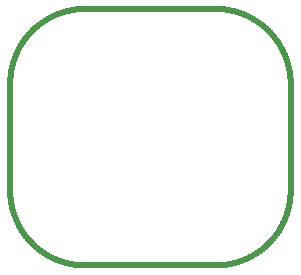
<source format=gbr>
G04 ( created by brdgerber.py ( brdgerber.py v0.1 2014-03-12 ) ) date 2020-09-23 13:36:39 EDT*
G04 Gerber Fmt 3.4, Leading zero omitted, Abs format*
%MOIN*%
%FSLAX34Y34*%
G01*
G70*
G90*
G04 APERTURE LIST*
%ADD19C,0.1500*%
%ADD17C,0.0320*%
%ADD12C,0.0000*%
%ADD15R,0.0629X0.0709*%
%ADD13C,0.0080*%
%ADD11R,0.0236X0.0866*%
%ADD14C,0.0050*%
%ADD10C,0.0200*%
%ADD16C,0.0060*%
%ADD18C,0.0031*%
G04 APERTURE END LIST*
G54D19*
D10*
G01X-35450Y10950D02*
G01X-35450Y10950D01*
G01X-35450Y10919D01*
G01X-35449Y10889D01*
G01X-35448Y10858D01*
G01X-35447Y10827D01*
G01X-35445Y10797D01*
G01X-35443Y10766D01*
G01X-35441Y10736D01*
G01X-35438Y10705D01*
G01X-35435Y10674D01*
G01X-35431Y10644D01*
G01X-35427Y10614D01*
G01X-35423Y10583D01*
G01X-35418Y10553D01*
G01X-35413Y10523D01*
G01X-35408Y10492D01*
G01X-35402Y10462D01*
G01X-35396Y10432D01*
G01X-35389Y10402D01*
G01X-35382Y10372D01*
G01X-35375Y10343D01*
G01X-35367Y10313D01*
G01X-35359Y10283D01*
G01X-35351Y10254D01*
G01X-35342Y10224D01*
G01X-35333Y10195D01*
G01X-35324Y10166D01*
G01X-35314Y10137D01*
G01X-35304Y10108D01*
G01X-35293Y10079D01*
G01X-35282Y10050D01*
G01X-35271Y10022D01*
G01X-35260Y09993D01*
G01X-35248Y09965D01*
G01X-35236Y09937D01*
G01X-35223Y09909D01*
G01X-35210Y09881D01*
G01X-35197Y09853D01*
G01X-35183Y09826D01*
G01X-35169Y09799D01*
G01X-35155Y09772D01*
G01X-35140Y09745D01*
G01X-35125Y09718D01*
G01X-35110Y09691D01*
G01X-35094Y09665D01*
G01X-35078Y09639D01*
G01X-35062Y09613D01*
G01X-35046Y09587D01*
G01X-35029Y09561D01*
G01X-35011Y09536D01*
G01X-34994Y09510D01*
G01X-34976Y09486D01*
G01X-34958Y09461D01*
G01X-34940Y09436D01*
G01X-34921Y09412D01*
G01X-34902Y09388D01*
G01X-34883Y09364D01*
G01X-34863Y09340D01*
G01X-34843Y09317D01*
G01X-34823Y09294D01*
G01X-34802Y09271D01*
G01X-34782Y09248D01*
G01X-34761Y09226D01*
G01X-34739Y09204D01*
G01X-34718Y09182D01*
G01X-34696Y09161D01*
G01X-34674Y09139D01*
G01X-34652Y09118D01*
G01X-34629Y09098D01*
G01X-34606Y09077D01*
G01X-34583Y09057D01*
G01X-34560Y09037D01*
G01X-34536Y09017D01*
G01X-34512Y08998D01*
G01X-34488Y08979D01*
G01X-34464Y08960D01*
G01X-34439Y08942D01*
G01X-34414Y08924D01*
G01X-34390Y08906D01*
G01X-34364Y08889D01*
G01X-34339Y08871D01*
G01X-34313Y08854D01*
G01X-34287Y08838D01*
G01X-34261Y08822D01*
G01X-34235Y08806D01*
G01X-34209Y08790D01*
G01X-34182Y08775D01*
G01X-34155Y08760D01*
G01X-34128Y08745D01*
G01X-34101Y08731D01*
G01X-34074Y08717D01*
G01X-34047Y08703D01*
G01X-34019Y08690D01*
G01X-33991Y08677D01*
G01X-33963Y08664D01*
G01X-33935Y08652D01*
G01X-33907Y08640D01*
G01X-33878Y08629D01*
G01X-33850Y08618D01*
G01X-33821Y08607D01*
G01X-33792Y08596D01*
G01X-33763Y08586D01*
G01X-33734Y08576D01*
G01X-33705Y08567D01*
G01X-33676Y08558D01*
G01X-33646Y08549D01*
G01X-33617Y08541D01*
G01X-33587Y08533D01*
G01X-33557Y08525D01*
G01X-33528Y08518D01*
G01X-33498Y08511D01*
G01X-33468Y08504D01*
G01X-33438Y08498D01*
G01X-33408Y08492D01*
G01X-33377Y08487D01*
G01X-33347Y08482D01*
G01X-33317Y08477D01*
G01X-33286Y08473D01*
G01X-33256Y08469D01*
G01X-33226Y08465D01*
G01X-33195Y08462D01*
G01X-33164Y08459D01*
G01X-33134Y08457D01*
G01X-33103Y08455D01*
G01X-33073Y08453D01*
G01X-33042Y08452D01*
G01X-33011Y08451D01*
G01X-32981Y08450D01*
G01X-32950Y08450D01*
D10*
G01X-28600Y08450D02*
G01X-28600Y08450D01*
G01X-28569Y08450D01*
G01X-28539Y08451D01*
G01X-28508Y08452D01*
G01X-28477Y08453D01*
G01X-28447Y08455D01*
G01X-28416Y08457D01*
G01X-28386Y08459D01*
G01X-28355Y08462D01*
G01X-28324Y08465D01*
G01X-28294Y08469D01*
G01X-28264Y08473D01*
G01X-28233Y08477D01*
G01X-28203Y08482D01*
G01X-28173Y08487D01*
G01X-28142Y08492D01*
G01X-28112Y08498D01*
G01X-28082Y08504D01*
G01X-28052Y08511D01*
G01X-28022Y08518D01*
G01X-27993Y08525D01*
G01X-27963Y08533D01*
G01X-27933Y08541D01*
G01X-27904Y08549D01*
G01X-27874Y08558D01*
G01X-27845Y08567D01*
G01X-27816Y08576D01*
G01X-27787Y08586D01*
G01X-27758Y08596D01*
G01X-27729Y08607D01*
G01X-27700Y08618D01*
G01X-27672Y08629D01*
G01X-27643Y08640D01*
G01X-27615Y08652D01*
G01X-27587Y08664D01*
G01X-27559Y08677D01*
G01X-27531Y08690D01*
G01X-27503Y08703D01*
G01X-27476Y08717D01*
G01X-27449Y08731D01*
G01X-27422Y08745D01*
G01X-27395Y08760D01*
G01X-27368Y08775D01*
G01X-27341Y08790D01*
G01X-27315Y08806D01*
G01X-27289Y08822D01*
G01X-27263Y08838D01*
G01X-27237Y08854D01*
G01X-27211Y08871D01*
G01X-27186Y08889D01*
G01X-27160Y08906D01*
G01X-27136Y08924D01*
G01X-27111Y08942D01*
G01X-27086Y08960D01*
G01X-27062Y08979D01*
G01X-27038Y08998D01*
G01X-27014Y09017D01*
G01X-26990Y09037D01*
G01X-26967Y09057D01*
G01X-26944Y09077D01*
G01X-26921Y09098D01*
G01X-26898Y09118D01*
G01X-26876Y09139D01*
G01X-26854Y09161D01*
G01X-26832Y09182D01*
G01X-26811Y09204D01*
G01X-26789Y09226D01*
G01X-26768Y09248D01*
G01X-26748Y09271D01*
G01X-26727Y09294D01*
G01X-26707Y09317D01*
G01X-26687Y09340D01*
G01X-26667Y09364D01*
G01X-26648Y09388D01*
G01X-26629Y09412D01*
G01X-26610Y09436D01*
G01X-26592Y09461D01*
G01X-26574Y09486D01*
G01X-26556Y09510D01*
G01X-26539Y09536D01*
G01X-26521Y09561D01*
G01X-26504Y09587D01*
G01X-26488Y09613D01*
G01X-26472Y09639D01*
G01X-26456Y09665D01*
G01X-26440Y09691D01*
G01X-26425Y09718D01*
G01X-26410Y09745D01*
G01X-26395Y09772D01*
G01X-26381Y09799D01*
G01X-26367Y09826D01*
G01X-26353Y09853D01*
G01X-26340Y09881D01*
G01X-26327Y09909D01*
G01X-26314Y09937D01*
G01X-26302Y09965D01*
G01X-26290Y09993D01*
G01X-26279Y10022D01*
G01X-26268Y10050D01*
G01X-26257Y10079D01*
G01X-26246Y10108D01*
G01X-26236Y10137D01*
G01X-26226Y10166D01*
G01X-26217Y10195D01*
G01X-26208Y10224D01*
G01X-26199Y10254D01*
G01X-26191Y10283D01*
G01X-26183Y10313D01*
G01X-26175Y10343D01*
G01X-26168Y10372D01*
G01X-26161Y10402D01*
G01X-26154Y10432D01*
G01X-26148Y10462D01*
G01X-26142Y10492D01*
G01X-26137Y10523D01*
G01X-26132Y10553D01*
G01X-26127Y10583D01*
G01X-26123Y10614D01*
G01X-26119Y10644D01*
G01X-26115Y10674D01*
G01X-26112Y10705D01*
G01X-26109Y10736D01*
G01X-26107Y10766D01*
G01X-26105Y10797D01*
G01X-26103Y10827D01*
G01X-26102Y10858D01*
G01X-26101Y10889D01*
G01X-26100Y10919D01*
G01X-26100Y10950D01*
D10*
G01X-26100Y14500D02*
G01X-26100Y14500D01*
G01X-26100Y14531D01*
G01X-26101Y14561D01*
G01X-26102Y14592D01*
G01X-26103Y14623D01*
G01X-26105Y14653D01*
G01X-26107Y14684D01*
G01X-26109Y14714D01*
G01X-26112Y14745D01*
G01X-26115Y14776D01*
G01X-26119Y14806D01*
G01X-26123Y14836D01*
G01X-26127Y14867D01*
G01X-26132Y14897D01*
G01X-26137Y14927D01*
G01X-26142Y14958D01*
G01X-26148Y14988D01*
G01X-26154Y15018D01*
G01X-26161Y15048D01*
G01X-26168Y15078D01*
G01X-26175Y15107D01*
G01X-26183Y15137D01*
G01X-26191Y15167D01*
G01X-26199Y15196D01*
G01X-26208Y15226D01*
G01X-26217Y15255D01*
G01X-26226Y15284D01*
G01X-26236Y15313D01*
G01X-26246Y15342D01*
G01X-26257Y15371D01*
G01X-26268Y15400D01*
G01X-26279Y15428D01*
G01X-26290Y15457D01*
G01X-26302Y15485D01*
G01X-26314Y15513D01*
G01X-26327Y15541D01*
G01X-26340Y15569D01*
G01X-26353Y15597D01*
G01X-26367Y15624D01*
G01X-26381Y15651D01*
G01X-26395Y15678D01*
G01X-26410Y15705D01*
G01X-26425Y15732D01*
G01X-26440Y15759D01*
G01X-26456Y15785D01*
G01X-26472Y15811D01*
G01X-26488Y15837D01*
G01X-26504Y15863D01*
G01X-26521Y15889D01*
G01X-26539Y15914D01*
G01X-26556Y15940D01*
G01X-26574Y15964D01*
G01X-26592Y15989D01*
G01X-26610Y16014D01*
G01X-26629Y16038D01*
G01X-26648Y16062D01*
G01X-26667Y16086D01*
G01X-26687Y16110D01*
G01X-26707Y16133D01*
G01X-26727Y16156D01*
G01X-26748Y16179D01*
G01X-26768Y16202D01*
G01X-26789Y16224D01*
G01X-26811Y16246D01*
G01X-26832Y16268D01*
G01X-26854Y16289D01*
G01X-26876Y16311D01*
G01X-26898Y16332D01*
G01X-26921Y16352D01*
G01X-26944Y16373D01*
G01X-26967Y16393D01*
G01X-26990Y16413D01*
G01X-27014Y16433D01*
G01X-27038Y16452D01*
G01X-27062Y16471D01*
G01X-27086Y16490D01*
G01X-27111Y16508D01*
G01X-27136Y16526D01*
G01X-27160Y16544D01*
G01X-27186Y16561D01*
G01X-27211Y16579D01*
G01X-27237Y16596D01*
G01X-27263Y16612D01*
G01X-27289Y16628D01*
G01X-27315Y16644D01*
G01X-27341Y16660D01*
G01X-27368Y16675D01*
G01X-27395Y16690D01*
G01X-27422Y16705D01*
G01X-27449Y16719D01*
G01X-27476Y16733D01*
G01X-27503Y16747D01*
G01X-27531Y16760D01*
G01X-27559Y16773D01*
G01X-27587Y16786D01*
G01X-27615Y16798D01*
G01X-27643Y16810D01*
G01X-27672Y16821D01*
G01X-27700Y16832D01*
G01X-27729Y16843D01*
G01X-27758Y16854D01*
G01X-27787Y16864D01*
G01X-27816Y16874D01*
G01X-27845Y16883D01*
G01X-27874Y16892D01*
G01X-27904Y16901D01*
G01X-27933Y16909D01*
G01X-27963Y16917D01*
G01X-27993Y16925D01*
G01X-28022Y16932D01*
G01X-28052Y16939D01*
G01X-28082Y16946D01*
G01X-28112Y16952D01*
G01X-28142Y16958D01*
G01X-28173Y16963D01*
G01X-28203Y16968D01*
G01X-28233Y16973D01*
G01X-28264Y16977D01*
G01X-28294Y16981D01*
G01X-28324Y16985D01*
G01X-28355Y16988D01*
G01X-28386Y16991D01*
G01X-28416Y16993D01*
G01X-28447Y16995D01*
G01X-28477Y16997D01*
G01X-28508Y16998D01*
G01X-28539Y16999D01*
G01X-28569Y17000D01*
G01X-28600Y17000D01*
D10*
G01X-32950Y17000D02*
G01X-32950Y17000D01*
G01X-32981Y17000D01*
G01X-33011Y16999D01*
G01X-33042Y16998D01*
G01X-33073Y16997D01*
G01X-33103Y16995D01*
G01X-33134Y16993D01*
G01X-33164Y16991D01*
G01X-33195Y16988D01*
G01X-33226Y16985D01*
G01X-33256Y16981D01*
G01X-33286Y16977D01*
G01X-33317Y16973D01*
G01X-33347Y16968D01*
G01X-33377Y16963D01*
G01X-33408Y16958D01*
G01X-33438Y16952D01*
G01X-33468Y16946D01*
G01X-33498Y16939D01*
G01X-33528Y16932D01*
G01X-33557Y16925D01*
G01X-33587Y16917D01*
G01X-33617Y16909D01*
G01X-33646Y16901D01*
G01X-33676Y16892D01*
G01X-33705Y16883D01*
G01X-33734Y16874D01*
G01X-33763Y16864D01*
G01X-33792Y16854D01*
G01X-33821Y16843D01*
G01X-33850Y16832D01*
G01X-33878Y16821D01*
G01X-33907Y16810D01*
G01X-33935Y16798D01*
G01X-33963Y16786D01*
G01X-33991Y16773D01*
G01X-34019Y16760D01*
G01X-34047Y16747D01*
G01X-34074Y16733D01*
G01X-34101Y16719D01*
G01X-34128Y16705D01*
G01X-34155Y16690D01*
G01X-34182Y16675D01*
G01X-34209Y16660D01*
G01X-34235Y16644D01*
G01X-34261Y16628D01*
G01X-34287Y16612D01*
G01X-34313Y16596D01*
G01X-34339Y16579D01*
G01X-34364Y16561D01*
G01X-34390Y16544D01*
G01X-34414Y16526D01*
G01X-34439Y16508D01*
G01X-34464Y16490D01*
G01X-34488Y16471D01*
G01X-34512Y16452D01*
G01X-34536Y16433D01*
G01X-34560Y16413D01*
G01X-34583Y16393D01*
G01X-34606Y16373D01*
G01X-34629Y16352D01*
G01X-34652Y16332D01*
G01X-34674Y16311D01*
G01X-34696Y16289D01*
G01X-34718Y16268D01*
G01X-34739Y16246D01*
G01X-34761Y16224D01*
G01X-34782Y16202D01*
G01X-34802Y16179D01*
G01X-34823Y16156D01*
G01X-34843Y16133D01*
G01X-34863Y16110D01*
G01X-34883Y16086D01*
G01X-34902Y16062D01*
G01X-34921Y16038D01*
G01X-34940Y16014D01*
G01X-34958Y15989D01*
G01X-34976Y15964D01*
G01X-34994Y15940D01*
G01X-35011Y15914D01*
G01X-35029Y15889D01*
G01X-35046Y15863D01*
G01X-35062Y15837D01*
G01X-35078Y15811D01*
G01X-35094Y15785D01*
G01X-35110Y15759D01*
G01X-35125Y15732D01*
G01X-35140Y15705D01*
G01X-35155Y15678D01*
G01X-35169Y15651D01*
G01X-35183Y15624D01*
G01X-35197Y15597D01*
G01X-35210Y15569D01*
G01X-35223Y15541D01*
G01X-35236Y15513D01*
G01X-35248Y15485D01*
G01X-35260Y15457D01*
G01X-35271Y15428D01*
G01X-35282Y15400D01*
G01X-35293Y15371D01*
G01X-35304Y15342D01*
G01X-35314Y15313D01*
G01X-35324Y15284D01*
G01X-35333Y15255D01*
G01X-35342Y15226D01*
G01X-35351Y15196D01*
G01X-35359Y15167D01*
G01X-35367Y15137D01*
G01X-35375Y15107D01*
G01X-35382Y15078D01*
G01X-35389Y15048D01*
G01X-35396Y15018D01*
G01X-35402Y14988D01*
G01X-35408Y14958D01*
G01X-35413Y14927D01*
G01X-35418Y14897D01*
G01X-35423Y14867D01*
G01X-35427Y14836D01*
G01X-35431Y14806D01*
G01X-35435Y14776D01*
G01X-35438Y14745D01*
G01X-35441Y14714D01*
G01X-35443Y14684D01*
G01X-35445Y14653D01*
G01X-35447Y14623D01*
G01X-35448Y14592D01*
G01X-35449Y14561D01*
G01X-35450Y14531D01*
G01X-35450Y14500D01*
D10*
G01X-26100Y14500D02*
G01X-26100Y10950D01*
D10*
G01X-35450Y14500D02*
G01X-35450Y10950D01*
D10*
G01X-32950Y08450D02*
G01X-28600Y08450D01*
D10*
G01X-32950Y17000D02*
G01X-28600Y17000D01*
M02*

</source>
